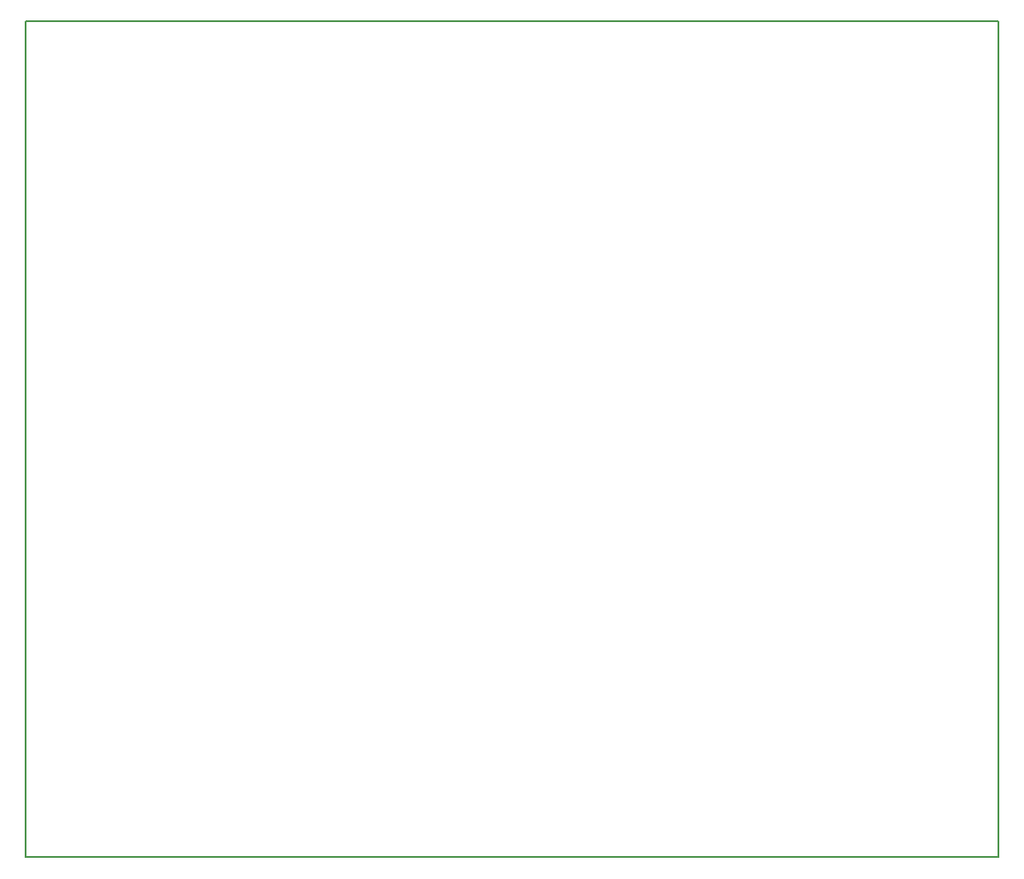
<source format=gbr>
%TF.GenerationSoftware,KiCad,Pcbnew,(6.0.7)*%
%TF.CreationDate,2022-12-20T23:04:03+00:00*%
%TF.ProjectId,CPC464-2MINIDDI,43504334-3634-42d3-924d-494e49444449,rev?*%
%TF.SameCoordinates,Original*%
%TF.FileFunction,Profile,NP*%
%FSLAX46Y46*%
G04 Gerber Fmt 4.6, Leading zero omitted, Abs format (unit mm)*
G04 Created by KiCad (PCBNEW (6.0.7)) date 2022-12-20 23:04:03*
%MOMM*%
%LPD*%
G01*
G04 APERTURE LIST*
%TA.AperFunction,Profile*%
%ADD10C,0.150000*%
%TD*%
G04 APERTURE END LIST*
D10*
X33497600Y-21508800D02*
X126868000Y-21508800D01*
X126868000Y-21508800D02*
X126868000Y-101722000D01*
X126868000Y-101722000D02*
X33497600Y-101722000D01*
X33497600Y-101722000D02*
X33497600Y-21508800D01*
M02*

</source>
